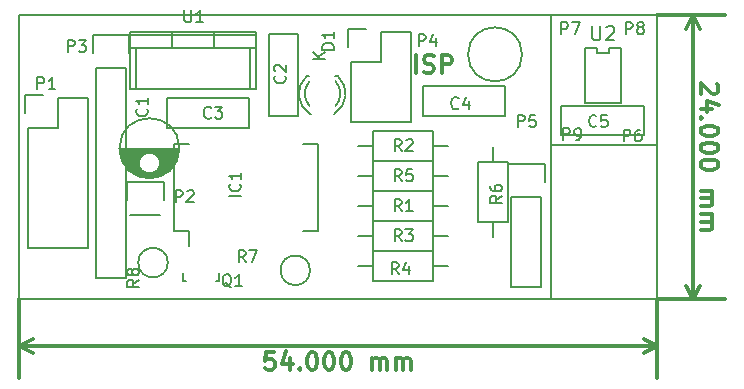
<source format=gbr>
G04 #@! TF.FileFunction,Legend,Top*
%FSLAX46Y46*%
G04 Gerber Fmt 4.6, Leading zero omitted, Abs format (unit mm)*
G04 Created by KiCad (PCBNEW 4.0.1-stable) date Mittwoch, 17. Februar 2016 08:22:04*
%MOMM*%
G01*
G04 APERTURE LIST*
%ADD10C,0.100000*%
%ADD11C,0.300000*%
%ADD12C,0.200000*%
%ADD13C,0.150000*%
G04 APERTURE END LIST*
D10*
D11*
X33587715Y19133429D02*
X33587715Y20633429D01*
X34230572Y19204857D02*
X34444858Y19133429D01*
X34802001Y19133429D01*
X34944858Y19204857D01*
X35016287Y19276286D01*
X35087715Y19419143D01*
X35087715Y19562000D01*
X35016287Y19704857D01*
X34944858Y19776286D01*
X34802001Y19847714D01*
X34516287Y19919143D01*
X34373429Y19990571D01*
X34302001Y20062000D01*
X34230572Y20204857D01*
X34230572Y20347714D01*
X34302001Y20490571D01*
X34373429Y20562000D01*
X34516287Y20633429D01*
X34873429Y20633429D01*
X35087715Y20562000D01*
X35730572Y19133429D02*
X35730572Y20633429D01*
X36302000Y20633429D01*
X36444858Y20562000D01*
X36516286Y20490571D01*
X36587715Y20347714D01*
X36587715Y20133429D01*
X36516286Y19990571D01*
X36444858Y19919143D01*
X36302000Y19847714D01*
X35730572Y19847714D01*
D12*
X45000000Y13000000D02*
X45000000Y0D01*
X45000000Y23000000D02*
X45000000Y24000000D01*
X45000000Y13000000D02*
X54000000Y13000000D01*
X45000000Y23000000D02*
X45000000Y13000000D01*
D11*
X21571430Y-4528570D02*
X20857144Y-4528570D01*
X20785715Y-5242856D01*
X20857144Y-5171428D01*
X21000001Y-5099999D01*
X21357144Y-5099999D01*
X21500001Y-5171428D01*
X21571430Y-5242856D01*
X21642858Y-5385713D01*
X21642858Y-5742856D01*
X21571430Y-5885713D01*
X21500001Y-5957142D01*
X21357144Y-6028570D01*
X21000001Y-6028570D01*
X20857144Y-5957142D01*
X20785715Y-5885713D01*
X22928572Y-5028570D02*
X22928572Y-6028570D01*
X22571429Y-4457142D02*
X22214286Y-5528570D01*
X23142858Y-5528570D01*
X23714286Y-5885713D02*
X23785714Y-5957142D01*
X23714286Y-6028570D01*
X23642857Y-5957142D01*
X23714286Y-5885713D01*
X23714286Y-6028570D01*
X24714286Y-4528570D02*
X24857143Y-4528570D01*
X25000000Y-4599999D01*
X25071429Y-4671428D01*
X25142858Y-4814285D01*
X25214286Y-5099999D01*
X25214286Y-5457142D01*
X25142858Y-5742856D01*
X25071429Y-5885713D01*
X25000000Y-5957142D01*
X24857143Y-6028570D01*
X24714286Y-6028570D01*
X24571429Y-5957142D01*
X24500000Y-5885713D01*
X24428572Y-5742856D01*
X24357143Y-5457142D01*
X24357143Y-5099999D01*
X24428572Y-4814285D01*
X24500000Y-4671428D01*
X24571429Y-4599999D01*
X24714286Y-4528570D01*
X26142857Y-4528570D02*
X26285714Y-4528570D01*
X26428571Y-4599999D01*
X26500000Y-4671428D01*
X26571429Y-4814285D01*
X26642857Y-5099999D01*
X26642857Y-5457142D01*
X26571429Y-5742856D01*
X26500000Y-5885713D01*
X26428571Y-5957142D01*
X26285714Y-6028570D01*
X26142857Y-6028570D01*
X26000000Y-5957142D01*
X25928571Y-5885713D01*
X25857143Y-5742856D01*
X25785714Y-5457142D01*
X25785714Y-5099999D01*
X25857143Y-4814285D01*
X25928571Y-4671428D01*
X26000000Y-4599999D01*
X26142857Y-4528570D01*
X27571428Y-4528570D02*
X27714285Y-4528570D01*
X27857142Y-4599999D01*
X27928571Y-4671428D01*
X28000000Y-4814285D01*
X28071428Y-5099999D01*
X28071428Y-5457142D01*
X28000000Y-5742856D01*
X27928571Y-5885713D01*
X27857142Y-5957142D01*
X27714285Y-6028570D01*
X27571428Y-6028570D01*
X27428571Y-5957142D01*
X27357142Y-5885713D01*
X27285714Y-5742856D01*
X27214285Y-5457142D01*
X27214285Y-5099999D01*
X27285714Y-4814285D01*
X27357142Y-4671428D01*
X27428571Y-4599999D01*
X27571428Y-4528570D01*
X29857142Y-6028570D02*
X29857142Y-5028570D01*
X29857142Y-5171428D02*
X29928570Y-5099999D01*
X30071428Y-5028570D01*
X30285713Y-5028570D01*
X30428570Y-5099999D01*
X30499999Y-5242856D01*
X30499999Y-6028570D01*
X30499999Y-5242856D02*
X30571428Y-5099999D01*
X30714285Y-5028570D01*
X30928570Y-5028570D01*
X31071428Y-5099999D01*
X31142856Y-5242856D01*
X31142856Y-6028570D01*
X31857142Y-6028570D02*
X31857142Y-5028570D01*
X31857142Y-5171428D02*
X31928570Y-5099999D01*
X32071428Y-5028570D01*
X32285713Y-5028570D01*
X32428570Y-5099999D01*
X32499999Y-5242856D01*
X32499999Y-6028570D01*
X32499999Y-5242856D02*
X32571428Y-5099999D01*
X32714285Y-5028570D01*
X32928570Y-5028570D01*
X33071428Y-5099999D01*
X33142856Y-5242856D01*
X33142856Y-6028570D01*
X0Y-3999999D02*
X54000000Y-3999999D01*
X0Y0D02*
X0Y-6699999D01*
X54000000Y0D02*
X54000000Y-6699999D01*
X54000000Y-3999999D02*
X52873496Y-4586420D01*
X54000000Y-3999999D02*
X52873496Y-3413578D01*
X0Y-3999999D02*
X1126504Y-4586420D01*
X0Y-3999999D02*
X1126504Y-3413578D01*
X59028571Y18214285D02*
X59100000Y18142856D01*
X59171429Y17999999D01*
X59171429Y17642856D01*
X59100000Y17499999D01*
X59028571Y17428570D01*
X58885714Y17357142D01*
X58742857Y17357142D01*
X58528571Y17428570D01*
X57671429Y18285713D01*
X57671429Y17357142D01*
X58671429Y16071428D02*
X57671429Y16071428D01*
X59242857Y16428571D02*
X58171429Y16785714D01*
X58171429Y15857142D01*
X57814286Y15285714D02*
X57742857Y15214286D01*
X57671429Y15285714D01*
X57742857Y15357143D01*
X57814286Y15285714D01*
X57671429Y15285714D01*
X59171429Y14285714D02*
X59171429Y14142857D01*
X59100000Y14000000D01*
X59028571Y13928571D01*
X58885714Y13857142D01*
X58600000Y13785714D01*
X58242857Y13785714D01*
X57957143Y13857142D01*
X57814286Y13928571D01*
X57742857Y14000000D01*
X57671429Y14142857D01*
X57671429Y14285714D01*
X57742857Y14428571D01*
X57814286Y14500000D01*
X57957143Y14571428D01*
X58242857Y14642857D01*
X58600000Y14642857D01*
X58885714Y14571428D01*
X59028571Y14500000D01*
X59100000Y14428571D01*
X59171429Y14285714D01*
X59171429Y12857143D02*
X59171429Y12714286D01*
X59100000Y12571429D01*
X59028571Y12500000D01*
X58885714Y12428571D01*
X58600000Y12357143D01*
X58242857Y12357143D01*
X57957143Y12428571D01*
X57814286Y12500000D01*
X57742857Y12571429D01*
X57671429Y12714286D01*
X57671429Y12857143D01*
X57742857Y13000000D01*
X57814286Y13071429D01*
X57957143Y13142857D01*
X58242857Y13214286D01*
X58600000Y13214286D01*
X58885714Y13142857D01*
X59028571Y13071429D01*
X59100000Y13000000D01*
X59171429Y12857143D01*
X59171429Y11428572D02*
X59171429Y11285715D01*
X59100000Y11142858D01*
X59028571Y11071429D01*
X58885714Y11000000D01*
X58600000Y10928572D01*
X58242857Y10928572D01*
X57957143Y11000000D01*
X57814286Y11071429D01*
X57742857Y11142858D01*
X57671429Y11285715D01*
X57671429Y11428572D01*
X57742857Y11571429D01*
X57814286Y11642858D01*
X57957143Y11714286D01*
X58242857Y11785715D01*
X58600000Y11785715D01*
X58885714Y11714286D01*
X59028571Y11642858D01*
X59100000Y11571429D01*
X59171429Y11428572D01*
X57671429Y9142858D02*
X58671429Y9142858D01*
X58528571Y9142858D02*
X58600000Y9071430D01*
X58671429Y8928572D01*
X58671429Y8714287D01*
X58600000Y8571430D01*
X58457143Y8500001D01*
X57671429Y8500001D01*
X58457143Y8500001D02*
X58600000Y8428572D01*
X58671429Y8285715D01*
X58671429Y8071430D01*
X58600000Y7928572D01*
X58457143Y7857144D01*
X57671429Y7857144D01*
X57671429Y7142858D02*
X58671429Y7142858D01*
X58528571Y7142858D02*
X58600000Y7071430D01*
X58671429Y6928572D01*
X58671429Y6714287D01*
X58600000Y6571430D01*
X58457143Y6500001D01*
X57671429Y6500001D01*
X58457143Y6500001D02*
X58600000Y6428572D01*
X58671429Y6285715D01*
X58671429Y6071430D01*
X58600000Y5928572D01*
X58457143Y5857144D01*
X57671429Y5857144D01*
X57000000Y24000000D02*
X57000000Y0D01*
X54000000Y24000000D02*
X59700000Y24000000D01*
X54000000Y0D02*
X59700000Y0D01*
X57000000Y0D02*
X56413579Y1126504D01*
X57000000Y0D02*
X57586421Y1126504D01*
X57000000Y24000000D02*
X56413579Y22873496D01*
X57000000Y24000000D02*
X57586421Y22873496D01*
D13*
X0Y24000000D02*
X0Y0D01*
X54000000Y24000000D02*
X0Y24000000D01*
X54000000Y24000000D02*
X54000000Y0D01*
X0Y0D02*
X54000000Y0D01*
X42545000Y20701000D02*
G75*
G03X42545000Y20701000I-2286000J0D01*
G01*
X12553000Y3068000D02*
G75*
G03X12553000Y3068000I-1250000J0D01*
G01*
X24598000Y2413000D02*
G75*
G03X24598000Y2413000I-1250000J0D01*
G01*
X13499000Y12675000D02*
X8501000Y12675000D01*
X13491000Y12535000D02*
X8509000Y12535000D01*
X13475000Y12395000D02*
X11095000Y12395000D01*
X10905000Y12395000D02*
X8525000Y12395000D01*
X13451000Y12255000D02*
X11490000Y12255000D01*
X10510000Y12255000D02*
X8549000Y12255000D01*
X13418000Y12115000D02*
X11657000Y12115000D01*
X10343000Y12115000D02*
X8582000Y12115000D01*
X13377000Y11975000D02*
X11764000Y11975000D01*
X10236000Y11975000D02*
X8623000Y11975000D01*
X13327000Y11835000D02*
X11835000Y11835000D01*
X10165000Y11835000D02*
X8673000Y11835000D01*
X13266000Y11695000D02*
X11879000Y11695000D01*
X10121000Y11695000D02*
X8734000Y11695000D01*
X13196000Y11555000D02*
X11898000Y11555000D01*
X10102000Y11555000D02*
X8804000Y11555000D01*
X13114000Y11415000D02*
X11896000Y11415000D01*
X10104000Y11415000D02*
X8886000Y11415000D01*
X13019000Y11275000D02*
X11871000Y11275000D01*
X10129000Y11275000D02*
X8981000Y11275000D01*
X12908000Y11135000D02*
X11823000Y11135000D01*
X10177000Y11135000D02*
X9092000Y11135000D01*
X12780000Y10995000D02*
X11745000Y10995000D01*
X10255000Y10995000D02*
X9220000Y10995000D01*
X12631000Y10855000D02*
X11628000Y10855000D01*
X10372000Y10855000D02*
X9369000Y10855000D01*
X12452000Y10715000D02*
X11440000Y10715000D01*
X10560000Y10715000D02*
X9548000Y10715000D01*
X12233000Y10575000D02*
X9767000Y10575000D01*
X11944000Y10435000D02*
X10056000Y10435000D01*
X11472000Y10295000D02*
X10528000Y10295000D01*
X11900000Y11500000D02*
G75*
G03X11900000Y11500000I-900000J0D01*
G01*
X13537500Y12750000D02*
G75*
G03X13537500Y12750000I-2537500J0D01*
G01*
X47903001Y21238000D02*
X47903000Y16608000D01*
X47903000Y16608000D02*
X50902999Y16608000D01*
X50902999Y16608000D02*
X50903000Y21238000D01*
X50903000Y21238000D02*
X49903000Y21238000D01*
X49903000Y21238000D02*
X49903000Y20788000D01*
X49903000Y20788000D02*
X48903001Y20788000D01*
X48903001Y20788000D02*
X48903001Y21238000D01*
X48903001Y21238000D02*
X47903001Y21238000D01*
X41402000Y11557000D02*
X41402000Y6477000D01*
X41402000Y6477000D02*
X38862000Y6477000D01*
X38862000Y6477000D02*
X38862000Y11557000D01*
X38862000Y11557000D02*
X41402000Y11557000D01*
X40132000Y11557000D02*
X40132000Y12827000D01*
X40132000Y6477000D02*
X40132000Y5207000D01*
X35052000Y9144000D02*
X29972000Y9144000D01*
X29972000Y9144000D02*
X29972000Y11684000D01*
X29972000Y11684000D02*
X35052000Y11684000D01*
X35052000Y11684000D02*
X35052000Y9144000D01*
X35052000Y10414000D02*
X36322000Y10414000D01*
X29972000Y10414000D02*
X28702000Y10414000D01*
X35052000Y1524000D02*
X29972000Y1524000D01*
X29972000Y1524000D02*
X29972000Y4064000D01*
X29972000Y4064000D02*
X35052000Y4064000D01*
X35052000Y4064000D02*
X35052000Y1524000D01*
X35052000Y2794000D02*
X36322000Y2794000D01*
X29972000Y2794000D02*
X28702000Y2794000D01*
X29972000Y6604000D02*
X35052000Y6604000D01*
X35052000Y6604000D02*
X35052000Y4064000D01*
X35052000Y4064000D02*
X29972000Y4064000D01*
X29972000Y4064000D02*
X29972000Y6604000D01*
X29972000Y5334000D02*
X28702000Y5334000D01*
X35052000Y5334000D02*
X36322000Y5334000D01*
X29972000Y14224000D02*
X35052000Y14224000D01*
X35052000Y14224000D02*
X35052000Y11684000D01*
X35052000Y11684000D02*
X29972000Y11684000D01*
X29972000Y11684000D02*
X29972000Y14224000D01*
X29972000Y12954000D02*
X28702000Y12954000D01*
X35052000Y12954000D02*
X36322000Y12954000D01*
X35052000Y6604000D02*
X29972000Y6604000D01*
X29972000Y6604000D02*
X29972000Y9144000D01*
X29972000Y9144000D02*
X35052000Y9144000D01*
X35052000Y9144000D02*
X35052000Y6604000D01*
X35052000Y7874000D02*
X36322000Y7874000D01*
X29972000Y7874000D02*
X28702000Y7874000D01*
X14067840Y1508760D02*
X14116100Y1508760D01*
X16866820Y2209800D02*
X16866820Y1508760D01*
X16866820Y1508760D02*
X16617900Y1508760D01*
X14067840Y1508760D02*
X13867180Y1508760D01*
X13867180Y1508760D02*
X13867180Y2209800D01*
X28067000Y20066000D02*
X28067000Y14986000D01*
X27787000Y22886000D02*
X29337000Y22886000D01*
X30607000Y22606000D02*
X30607000Y20066000D01*
X30607000Y20066000D02*
X28067000Y20066000D01*
X28067000Y14986000D02*
X33147000Y14986000D01*
X33147000Y14986000D02*
X33147000Y20066000D01*
X27787000Y22886000D02*
X27787000Y21336000D01*
X33147000Y22606000D02*
X30607000Y22606000D01*
X33147000Y20066000D02*
X33147000Y22606000D01*
X9017000Y19558000D02*
X9017000Y1778000D01*
X9017000Y1778000D02*
X6477000Y1778000D01*
X6477000Y1778000D02*
X6477000Y19558000D01*
X9297000Y22378000D02*
X9297000Y20828000D01*
X9017000Y19558000D02*
X6477000Y19558000D01*
X6197000Y20828000D02*
X6197000Y22378000D01*
X6197000Y22378000D02*
X9297000Y22378000D01*
X12200000Y9900000D02*
X12200000Y8350000D01*
X9100000Y8350000D02*
X9100000Y9900000D01*
X9100000Y9900000D02*
X12200000Y9900000D01*
X9380000Y7080000D02*
X11920000Y7080000D01*
X5842000Y17018000D02*
X5842000Y4318000D01*
X5842000Y4318000D02*
X762000Y4318000D01*
X762000Y4318000D02*
X762000Y14478000D01*
X5842000Y17018000D02*
X3302000Y17018000D01*
X2032000Y17298000D02*
X482000Y17298000D01*
X3302000Y17018000D02*
X3302000Y14478000D01*
X3302000Y14478000D02*
X762000Y14478000D01*
X482000Y17298000D02*
X482000Y15748000D01*
X13072000Y5723000D02*
X14342000Y5723000D01*
X13072000Y13073000D02*
X14342000Y13073000D01*
X25282000Y13073000D02*
X24012000Y13073000D01*
X25282000Y5723000D02*
X24012000Y5723000D01*
X13072000Y5723000D02*
X13072000Y13073000D01*
X25282000Y5723000D02*
X25282000Y13073000D01*
X14342000Y5723000D02*
X14342000Y4438000D01*
X24340000Y18868000D02*
X24540000Y18868000D01*
X26934000Y18868000D02*
X26754000Y18868000D01*
X26623643Y15640256D02*
G75*
G03X26940000Y18868000I-1003643J1727744D01*
G01*
X26753068Y16315994D02*
G75*
G03X26754000Y18419000I-1133068J1052006D01*
G01*
X24313274Y18855220D02*
G75*
G03X24660000Y15618000I1306726J-1497220D01*
G01*
X24540747Y18381889D02*
G75*
G03X24560000Y16334000I1079253J-1013889D01*
G01*
X45863000Y16363000D02*
X52863000Y16363000D01*
X52863000Y16363000D02*
X52863000Y13863000D01*
X52863000Y13863000D02*
X45863000Y13863000D01*
X45863000Y13863000D02*
X45863000Y16363000D01*
X41132000Y15514000D02*
X34132000Y15514000D01*
X34132000Y15514000D02*
X34132000Y18014000D01*
X34132000Y18014000D02*
X41132000Y18014000D01*
X41132000Y18014000D02*
X41132000Y15514000D01*
X12462000Y16998000D02*
X19462000Y16998000D01*
X19462000Y16998000D02*
X19462000Y14498000D01*
X19462000Y14498000D02*
X12462000Y14498000D01*
X12462000Y14498000D02*
X12462000Y16998000D01*
X23602000Y22463000D02*
X23602000Y15463000D01*
X23602000Y15463000D02*
X21102000Y15463000D01*
X21102000Y15463000D02*
X21102000Y22463000D01*
X21102000Y22463000D02*
X23602000Y22463000D01*
X41656000Y8636000D02*
X41656000Y1016000D01*
X44196000Y8636000D02*
X44196000Y1016000D01*
X44476000Y11456000D02*
X44476000Y9906000D01*
X41656000Y1016000D02*
X44196000Y1016000D01*
X44196000Y8636000D02*
X41656000Y8636000D01*
X41376000Y9906000D02*
X41376000Y11456000D01*
X41376000Y11456000D02*
X44476000Y11456000D01*
X19558000Y21209000D02*
X19558000Y17780000D01*
X9906000Y21209000D02*
X9906000Y17780000D01*
X20066000Y22352000D02*
X9398000Y22352000D01*
X16510000Y21336000D02*
X16510000Y22606000D01*
X12954000Y21336000D02*
X12954000Y22606000D01*
X9398000Y21209000D02*
X20066000Y21209000D01*
X20066000Y17780000D02*
X9398000Y17780000D01*
X9398000Y22606000D02*
X9398000Y17780000D01*
X20066000Y22606000D02*
X20066000Y17780000D01*
X20066000Y22606000D02*
X9398000Y22606000D01*
X10104381Y1611334D02*
X9628190Y1278000D01*
X10104381Y1039905D02*
X9104381Y1039905D01*
X9104381Y1420858D01*
X9152000Y1516096D01*
X9199619Y1563715D01*
X9294857Y1611334D01*
X9437714Y1611334D01*
X9532952Y1563715D01*
X9580571Y1516096D01*
X9628190Y1420858D01*
X9628190Y1039905D01*
X9532952Y2182762D02*
X9485333Y2087524D01*
X9437714Y2039905D01*
X9342476Y1992286D01*
X9294857Y1992286D01*
X9199619Y2039905D01*
X9152000Y2087524D01*
X9104381Y2182762D01*
X9104381Y2373239D01*
X9152000Y2468477D01*
X9199619Y2516096D01*
X9294857Y2563715D01*
X9342476Y2563715D01*
X9437714Y2516096D01*
X9485333Y2468477D01*
X9532952Y2373239D01*
X9532952Y2182762D01*
X9580571Y2087524D01*
X9628190Y2039905D01*
X9723429Y1992286D01*
X9913905Y1992286D01*
X10009143Y2039905D01*
X10056762Y2087524D01*
X10104381Y2182762D01*
X10104381Y2373239D01*
X10056762Y2468477D01*
X10009143Y2516096D01*
X9913905Y2563715D01*
X9723429Y2563715D01*
X9628190Y2516096D01*
X9580571Y2468477D01*
X9532952Y2373239D01*
X19137334Y3103619D02*
X18804000Y3579810D01*
X18565905Y3103619D02*
X18565905Y4103619D01*
X18946858Y4103619D01*
X19042096Y4056000D01*
X19089715Y4008381D01*
X19137334Y3913143D01*
X19137334Y3770286D01*
X19089715Y3675048D01*
X19042096Y3627429D01*
X18946858Y3579810D01*
X18565905Y3579810D01*
X19470667Y4103619D02*
X20137334Y4103619D01*
X19708762Y3103619D01*
X10771143Y16089334D02*
X10818762Y16041715D01*
X10866381Y15898858D01*
X10866381Y15803620D01*
X10818762Y15660762D01*
X10723524Y15565524D01*
X10628286Y15517905D01*
X10437810Y15470286D01*
X10294952Y15470286D01*
X10104476Y15517905D01*
X10009238Y15565524D01*
X9914000Y15660762D01*
X9866381Y15803620D01*
X9866381Y15898858D01*
X9914000Y16041715D01*
X9961619Y16089334D01*
X10866381Y17041715D02*
X10866381Y16470286D01*
X10866381Y16756000D02*
X9866381Y16756000D01*
X10009238Y16660762D01*
X10104476Y16565524D01*
X10152095Y16470286D01*
X46027905Y13438619D02*
X46027905Y14438619D01*
X46408858Y14438619D01*
X46504096Y14391000D01*
X46551715Y14343381D01*
X46599334Y14248143D01*
X46599334Y14105286D01*
X46551715Y14010048D01*
X46504096Y13962429D01*
X46408858Y13914810D01*
X46027905Y13914810D01*
X47075524Y13438619D02*
X47266000Y13438619D01*
X47361239Y13486238D01*
X47408858Y13533857D01*
X47504096Y13676714D01*
X47551715Y13867190D01*
X47551715Y14248143D01*
X47504096Y14343381D01*
X47456477Y14391000D01*
X47361239Y14438619D01*
X47170762Y14438619D01*
X47075524Y14391000D01*
X47027905Y14343381D01*
X46980286Y14248143D01*
X46980286Y14010048D01*
X47027905Y13914810D01*
X47075524Y13867190D01*
X47170762Y13819571D01*
X47361239Y13819571D01*
X47456477Y13867190D01*
X47504096Y13914810D01*
X47551715Y14010048D01*
X51331905Y22407619D02*
X51331905Y23407619D01*
X51712858Y23407619D01*
X51808096Y23360000D01*
X51855715Y23312381D01*
X51903334Y23217143D01*
X51903334Y23074286D01*
X51855715Y22979048D01*
X51808096Y22931429D01*
X51712858Y22883810D01*
X51331905Y22883810D01*
X52474762Y22979048D02*
X52379524Y23026667D01*
X52331905Y23074286D01*
X52284286Y23169524D01*
X52284286Y23217143D01*
X52331905Y23312381D01*
X52379524Y23360000D01*
X52474762Y23407619D01*
X52665239Y23407619D01*
X52760477Y23360000D01*
X52808096Y23312381D01*
X52855715Y23217143D01*
X52855715Y23169524D01*
X52808096Y23074286D01*
X52760477Y23026667D01*
X52665239Y22979048D01*
X52474762Y22979048D01*
X52379524Y22931429D01*
X52331905Y22883810D01*
X52284286Y22788571D01*
X52284286Y22598095D01*
X52331905Y22502857D01*
X52379524Y22455238D01*
X52474762Y22407619D01*
X52665239Y22407619D01*
X52760477Y22455238D01*
X52808096Y22502857D01*
X52855715Y22598095D01*
X52855715Y22788571D01*
X52808096Y22883810D01*
X52760477Y22931429D01*
X52665239Y22979048D01*
X45870905Y22407619D02*
X45870905Y23407619D01*
X46251858Y23407619D01*
X46347096Y23360000D01*
X46394715Y23312381D01*
X46442334Y23217143D01*
X46442334Y23074286D01*
X46394715Y22979048D01*
X46347096Y22931429D01*
X46251858Y22883810D01*
X45870905Y22883810D01*
X46775667Y23407619D02*
X47442334Y23407619D01*
X47013762Y22407619D01*
X51148905Y13334619D02*
X51148905Y14334619D01*
X51529858Y14334619D01*
X51625096Y14287000D01*
X51672715Y14239381D01*
X51720334Y14144143D01*
X51720334Y14001286D01*
X51672715Y13906048D01*
X51625096Y13858429D01*
X51529858Y13810810D01*
X51148905Y13810810D01*
X52577477Y14334619D02*
X52387000Y14334619D01*
X52291762Y14287000D01*
X52244143Y14239381D01*
X52148905Y14096524D01*
X52101286Y13906048D01*
X52101286Y13525095D01*
X52148905Y13429857D01*
X52196524Y13382238D01*
X52291762Y13334619D01*
X52482239Y13334619D01*
X52577477Y13382238D01*
X52625096Y13429857D01*
X52672715Y13525095D01*
X52672715Y13763190D01*
X52625096Y13858429D01*
X52577477Y13906048D01*
X52482239Y13953667D01*
X52291762Y13953667D01*
X52196524Y13906048D01*
X52148905Y13858429D01*
X52101286Y13763190D01*
X48488714Y23095143D02*
X48488714Y22123714D01*
X48545857Y22009429D01*
X48603000Y21952286D01*
X48717286Y21895143D01*
X48945857Y21895143D01*
X49060143Y21952286D01*
X49117286Y22009429D01*
X49174429Y22123714D01*
X49174429Y23095143D01*
X49688714Y22980857D02*
X49745857Y23038000D01*
X49860143Y23095143D01*
X50145857Y23095143D01*
X50260143Y23038000D01*
X50317286Y22980857D01*
X50374429Y22866571D01*
X50374429Y22752286D01*
X50317286Y22580857D01*
X49631572Y21895143D01*
X50374429Y21895143D01*
X40838381Y8723334D02*
X40362190Y8390000D01*
X40838381Y8151905D02*
X39838381Y8151905D01*
X39838381Y8532858D01*
X39886000Y8628096D01*
X39933619Y8675715D01*
X40028857Y8723334D01*
X40171714Y8723334D01*
X40266952Y8675715D01*
X40314571Y8628096D01*
X40362190Y8532858D01*
X40362190Y8151905D01*
X39838381Y9580477D02*
X39838381Y9390000D01*
X39886000Y9294762D01*
X39933619Y9247143D01*
X40076476Y9151905D01*
X40266952Y9104286D01*
X40647905Y9104286D01*
X40743143Y9151905D01*
X40790762Y9199524D01*
X40838381Y9294762D01*
X40838381Y9485239D01*
X40790762Y9580477D01*
X40743143Y9628096D01*
X40647905Y9675715D01*
X40409810Y9675715D01*
X40314571Y9628096D01*
X40266952Y9580477D01*
X40219333Y9485239D01*
X40219333Y9294762D01*
X40266952Y9199524D01*
X40314571Y9151905D01*
X40409810Y9104286D01*
X32345334Y9961619D02*
X32012000Y10437810D01*
X31773905Y9961619D02*
X31773905Y10961619D01*
X32154858Y10961619D01*
X32250096Y10914000D01*
X32297715Y10866381D01*
X32345334Y10771143D01*
X32345334Y10628286D01*
X32297715Y10533048D01*
X32250096Y10485429D01*
X32154858Y10437810D01*
X31773905Y10437810D01*
X33250096Y10961619D02*
X32773905Y10961619D01*
X32726286Y10485429D01*
X32773905Y10533048D01*
X32869143Y10580667D01*
X33107239Y10580667D01*
X33202477Y10533048D01*
X33250096Y10485429D01*
X33297715Y10390190D01*
X33297715Y10152095D01*
X33250096Y10056857D01*
X33202477Y10009238D01*
X33107239Y9961619D01*
X32869143Y9961619D01*
X32773905Y10009238D01*
X32726286Y10056857D01*
X32091334Y2087619D02*
X31758000Y2563810D01*
X31519905Y2087619D02*
X31519905Y3087619D01*
X31900858Y3087619D01*
X31996096Y3040000D01*
X32043715Y2992381D01*
X32091334Y2897143D01*
X32091334Y2754286D01*
X32043715Y2659048D01*
X31996096Y2611429D01*
X31900858Y2563810D01*
X31519905Y2563810D01*
X32948477Y2754286D02*
X32948477Y2087619D01*
X32710381Y3135238D02*
X32472286Y2420952D01*
X33091334Y2420952D01*
X32345334Y4881619D02*
X32012000Y5357810D01*
X31773905Y4881619D02*
X31773905Y5881619D01*
X32154858Y5881619D01*
X32250096Y5834000D01*
X32297715Y5786381D01*
X32345334Y5691143D01*
X32345334Y5548286D01*
X32297715Y5453048D01*
X32250096Y5405429D01*
X32154858Y5357810D01*
X31773905Y5357810D01*
X32678667Y5881619D02*
X33297715Y5881619D01*
X32964381Y5500667D01*
X33107239Y5500667D01*
X33202477Y5453048D01*
X33250096Y5405429D01*
X33297715Y5310190D01*
X33297715Y5072095D01*
X33250096Y4976857D01*
X33202477Y4929238D01*
X33107239Y4881619D01*
X32821524Y4881619D01*
X32726286Y4929238D01*
X32678667Y4976857D01*
X32345334Y12501619D02*
X32012000Y12977810D01*
X31773905Y12501619D02*
X31773905Y13501619D01*
X32154858Y13501619D01*
X32250096Y13454000D01*
X32297715Y13406381D01*
X32345334Y13311143D01*
X32345334Y13168286D01*
X32297715Y13073048D01*
X32250096Y13025429D01*
X32154858Y12977810D01*
X31773905Y12977810D01*
X32726286Y13406381D02*
X32773905Y13454000D01*
X32869143Y13501619D01*
X33107239Y13501619D01*
X33202477Y13454000D01*
X33250096Y13406381D01*
X33297715Y13311143D01*
X33297715Y13215905D01*
X33250096Y13073048D01*
X32678667Y12501619D01*
X33297715Y12501619D01*
X32345334Y7421619D02*
X32012000Y7897810D01*
X31773905Y7421619D02*
X31773905Y8421619D01*
X32154858Y8421619D01*
X32250096Y8374000D01*
X32297715Y8326381D01*
X32345334Y8231143D01*
X32345334Y8088286D01*
X32297715Y7993048D01*
X32250096Y7945429D01*
X32154858Y7897810D01*
X31773905Y7897810D01*
X33297715Y7421619D02*
X32726286Y7421619D01*
X33012000Y7421619D02*
X33012000Y8421619D01*
X32916762Y8278762D01*
X32821524Y8183524D01*
X32726286Y8135905D01*
X17938762Y976381D02*
X17843524Y1024000D01*
X17748286Y1119238D01*
X17605429Y1262095D01*
X17510190Y1309714D01*
X17414952Y1309714D01*
X17462571Y1071619D02*
X17367333Y1119238D01*
X17272095Y1214476D01*
X17224476Y1404952D01*
X17224476Y1738286D01*
X17272095Y1928762D01*
X17367333Y2024000D01*
X17462571Y2071619D01*
X17653048Y2071619D01*
X17748286Y2024000D01*
X17843524Y1928762D01*
X17891143Y1738286D01*
X17891143Y1404952D01*
X17843524Y1214476D01*
X17748286Y1119238D01*
X17653048Y1071619D01*
X17462571Y1071619D01*
X18843524Y1071619D02*
X18272095Y1071619D01*
X18557809Y1071619D02*
X18557809Y2071619D01*
X18462571Y1928762D01*
X18367333Y1833524D01*
X18272095Y1785905D01*
X33805905Y21391619D02*
X33805905Y22391619D01*
X34186858Y22391619D01*
X34282096Y22344000D01*
X34329715Y22296381D01*
X34377334Y22201143D01*
X34377334Y22058286D01*
X34329715Y21963048D01*
X34282096Y21915429D01*
X34186858Y21867810D01*
X33805905Y21867810D01*
X35234477Y22058286D02*
X35234477Y21391619D01*
X34996381Y22439238D02*
X34758286Y21724952D01*
X35377334Y21724952D01*
X4091905Y20897619D02*
X4091905Y21897619D01*
X4472858Y21897619D01*
X4568096Y21850000D01*
X4615715Y21802381D01*
X4663334Y21707143D01*
X4663334Y21564286D01*
X4615715Y21469048D01*
X4568096Y21421429D01*
X4472858Y21373810D01*
X4091905Y21373810D01*
X4996667Y21897619D02*
X5615715Y21897619D01*
X5282381Y21516667D01*
X5425239Y21516667D01*
X5520477Y21469048D01*
X5568096Y21421429D01*
X5615715Y21326190D01*
X5615715Y21088095D01*
X5568096Y20992857D01*
X5520477Y20945238D01*
X5425239Y20897619D01*
X5139524Y20897619D01*
X5044286Y20945238D01*
X4996667Y20992857D01*
X13231905Y8183619D02*
X13231905Y9183619D01*
X13612858Y9183619D01*
X13708096Y9136000D01*
X13755715Y9088381D01*
X13803334Y8993143D01*
X13803334Y8850286D01*
X13755715Y8755048D01*
X13708096Y8707429D01*
X13612858Y8659810D01*
X13231905Y8659810D01*
X14184286Y9088381D02*
X14231905Y9136000D01*
X14327143Y9183619D01*
X14565239Y9183619D01*
X14660477Y9136000D01*
X14708096Y9088381D01*
X14755715Y8993143D01*
X14755715Y8897905D01*
X14708096Y8755048D01*
X14136667Y8183619D01*
X14755715Y8183619D01*
X1521905Y17767619D02*
X1521905Y18767619D01*
X1902858Y18767619D01*
X1998096Y18720000D01*
X2045715Y18672381D01*
X2093334Y18577143D01*
X2093334Y18434286D01*
X2045715Y18339048D01*
X1998096Y18291429D01*
X1902858Y18243810D01*
X1521905Y18243810D01*
X3045715Y17767619D02*
X2474286Y17767619D01*
X2760000Y17767619D02*
X2760000Y18767619D01*
X2664762Y18624762D01*
X2569524Y18529524D01*
X2474286Y18481905D01*
X18740381Y8675810D02*
X17740381Y8675810D01*
X18645143Y9723429D02*
X18692762Y9675810D01*
X18740381Y9532953D01*
X18740381Y9437715D01*
X18692762Y9294857D01*
X18597524Y9199619D01*
X18502286Y9152000D01*
X18311810Y9104381D01*
X18168952Y9104381D01*
X17978476Y9152000D01*
X17883238Y9199619D01*
X17788000Y9294857D01*
X17740381Y9437715D01*
X17740381Y9532953D01*
X17788000Y9675810D01*
X17835619Y9723429D01*
X18740381Y10675810D02*
X18740381Y10104381D01*
X18740381Y10390095D02*
X17740381Y10390095D01*
X17883238Y10294857D01*
X17978476Y10199619D01*
X18026095Y10104381D01*
X26614381Y21105905D02*
X25614381Y21105905D01*
X25614381Y21344000D01*
X25662000Y21486858D01*
X25757238Y21582096D01*
X25852476Y21629715D01*
X26042952Y21677334D01*
X26185810Y21677334D01*
X26376286Y21629715D01*
X26471524Y21582096D01*
X26566762Y21486858D01*
X26614381Y21344000D01*
X26614381Y21105905D01*
X26614381Y22629715D02*
X26614381Y22058286D01*
X26614381Y22344000D02*
X25614381Y22344000D01*
X25757238Y22248762D01*
X25852476Y22153524D01*
X25900095Y22058286D01*
X25852381Y20312095D02*
X24852381Y20312095D01*
X25852381Y20883524D02*
X25280952Y20454952D01*
X24852381Y20883524D02*
X25423810Y20312095D01*
X48833334Y14642857D02*
X48785715Y14595238D01*
X48642858Y14547619D01*
X48547620Y14547619D01*
X48404762Y14595238D01*
X48309524Y14690476D01*
X48261905Y14785714D01*
X48214286Y14976190D01*
X48214286Y15119048D01*
X48261905Y15309524D01*
X48309524Y15404762D01*
X48404762Y15500000D01*
X48547620Y15547619D01*
X48642858Y15547619D01*
X48785715Y15500000D01*
X48833334Y15452381D01*
X49738096Y15547619D02*
X49261905Y15547619D01*
X49214286Y15071429D01*
X49261905Y15119048D01*
X49357143Y15166667D01*
X49595239Y15166667D01*
X49690477Y15119048D01*
X49738096Y15071429D01*
X49785715Y14976190D01*
X49785715Y14738095D01*
X49738096Y14642857D01*
X49690477Y14595238D01*
X49595239Y14547619D01*
X49357143Y14547619D01*
X49261905Y14595238D01*
X49214286Y14642857D01*
X37171334Y16152857D02*
X37123715Y16105238D01*
X36980858Y16057619D01*
X36885620Y16057619D01*
X36742762Y16105238D01*
X36647524Y16200476D01*
X36599905Y16295714D01*
X36552286Y16486190D01*
X36552286Y16629048D01*
X36599905Y16819524D01*
X36647524Y16914762D01*
X36742762Y17010000D01*
X36885620Y17057619D01*
X36980858Y17057619D01*
X37123715Y17010000D01*
X37171334Y16962381D01*
X38028477Y16724286D02*
X38028477Y16057619D01*
X37790381Y17105238D02*
X37552286Y16390952D01*
X38171334Y16390952D01*
X16223334Y15352857D02*
X16175715Y15305238D01*
X16032858Y15257619D01*
X15937620Y15257619D01*
X15794762Y15305238D01*
X15699524Y15400476D01*
X15651905Y15495714D01*
X15604286Y15686190D01*
X15604286Y15829048D01*
X15651905Y16019524D01*
X15699524Y16114762D01*
X15794762Y16210000D01*
X15937620Y16257619D01*
X16032858Y16257619D01*
X16175715Y16210000D01*
X16223334Y16162381D01*
X16556667Y16257619D02*
X17175715Y16257619D01*
X16842381Y15876667D01*
X16985239Y15876667D01*
X17080477Y15829048D01*
X17128096Y15781429D01*
X17175715Y15686190D01*
X17175715Y15448095D01*
X17128096Y15352857D01*
X17080477Y15305238D01*
X16985239Y15257619D01*
X16699524Y15257619D01*
X16604286Y15305238D01*
X16556667Y15352857D01*
X22455143Y18883334D02*
X22502762Y18835715D01*
X22550381Y18692858D01*
X22550381Y18597620D01*
X22502762Y18454762D01*
X22407524Y18359524D01*
X22312286Y18311905D01*
X22121810Y18264286D01*
X21978952Y18264286D01*
X21788476Y18311905D01*
X21693238Y18359524D01*
X21598000Y18454762D01*
X21550381Y18597620D01*
X21550381Y18692858D01*
X21598000Y18835715D01*
X21645619Y18883334D01*
X21645619Y19264286D02*
X21598000Y19311905D01*
X21550381Y19407143D01*
X21550381Y19645239D01*
X21598000Y19740477D01*
X21645619Y19788096D01*
X21740857Y19835715D01*
X21836095Y19835715D01*
X21978952Y19788096D01*
X22550381Y19216667D01*
X22550381Y19835715D01*
X42187905Y14553619D02*
X42187905Y15553619D01*
X42568858Y15553619D01*
X42664096Y15506000D01*
X42711715Y15458381D01*
X42759334Y15363143D01*
X42759334Y15220286D01*
X42711715Y15125048D01*
X42664096Y15077429D01*
X42568858Y15029810D01*
X42187905Y15029810D01*
X43664096Y15553619D02*
X43187905Y15553619D01*
X43140286Y15077429D01*
X43187905Y15125048D01*
X43283143Y15172667D01*
X43521239Y15172667D01*
X43616477Y15125048D01*
X43664096Y15077429D01*
X43711715Y14982190D01*
X43711715Y14744095D01*
X43664096Y14648857D01*
X43616477Y14601238D01*
X43521239Y14553619D01*
X43283143Y14553619D01*
X43187905Y14601238D01*
X43140286Y14648857D01*
X13970095Y24423619D02*
X13970095Y23614095D01*
X14017714Y23518857D01*
X14065333Y23471238D01*
X14160571Y23423619D01*
X14351048Y23423619D01*
X14446286Y23471238D01*
X14493905Y23518857D01*
X14541524Y23614095D01*
X14541524Y24423619D01*
X15541524Y23423619D02*
X14970095Y23423619D01*
X15255809Y23423619D02*
X15255809Y24423619D01*
X15160571Y24280762D01*
X15065333Y24185524D01*
X14970095Y24137905D01*
M02*

</source>
